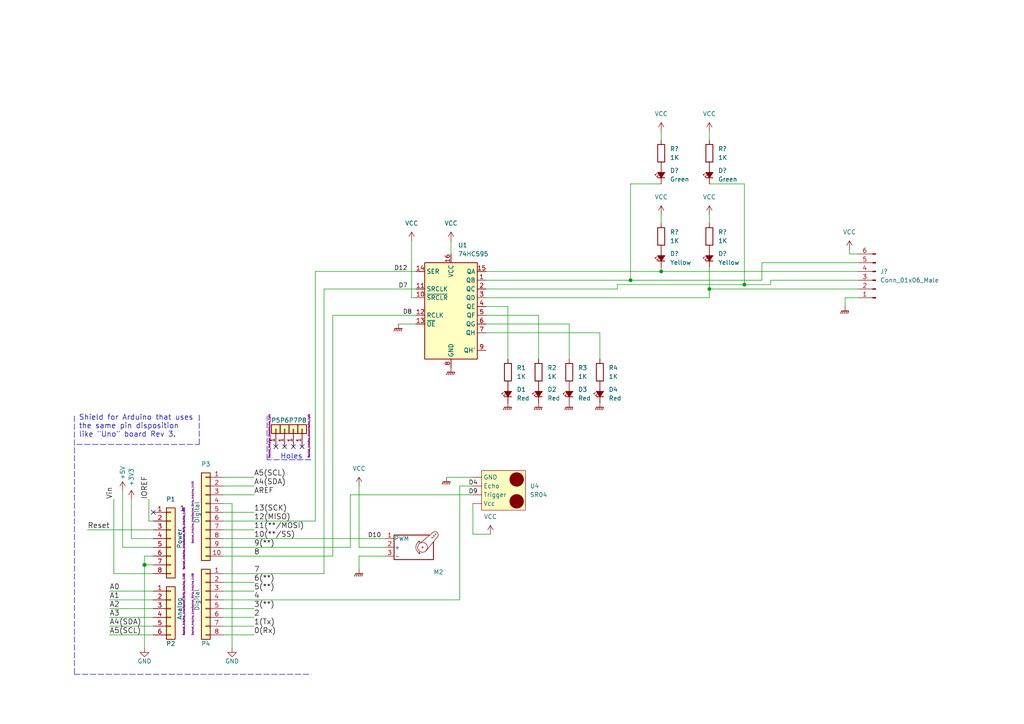
<source format=kicad_sch>
(kicad_sch (version 20211123) (generator eeschema)
  (paper "A4")
  (title_block (title "Wheelly") (date "lun. 30 mars 2015") (rev "1"))
  (lib_symbols
    (symbol "74xx:74HC595"
      (property "Reference" "U" (at -7.62 13.97 0))
      (property "Value" "74HC595" (at -7.62 -16.51 0))
      (symbol "74HC595_1_0"
        (pin tri_state line (at 10.16 7.62 180) (length 2.54) (name "QB") (number "1"))
        (pin input line (at -10.16 2.54 0) (length 2.54) (name "~{SRCLR}") (number "10"))
        (pin input line (at -10.16 5.08 0) (length 2.54) (name "SRCLK") (number "11"))
        (pin input line (at -10.16 -2.54 0) (length 2.54) (name "RCLK") (number "12"))
        (pin input line (at -10.16 -5.08 0) (length 2.54) (name "~{OE}") (number "13"))
        (pin input line (at -10.16 10.16 0) (length 2.54) (name "SER") (number "14"))
        (pin tri_state line (at 10.16 10.16 180) (length 2.54) (name "QA") (number "15"))
        (pin power_in line (at 0 15.24 270) (length 2.54) (name "VCC") (number "16"))
        (pin tri_state line (at 10.16 5.08 180) (length 2.54) (name "QC") (number "2"))
        (pin tri_state line (at 10.16 2.54 180) (length 2.54) (name "QD") (number "3"))
        (pin tri_state line (at 10.16 0 180) (length 2.54) (name "QE") (number "4"))
        (pin tri_state line (at 10.16 -2.54 180) (length 2.54) (name "QF") (number "5"))
        (pin tri_state line (at 10.16 -5.08 180) (length 2.54) (name "QG") (number "6"))
        (pin tri_state line (at 10.16 -7.62 180) (length 2.54) (name "QH") (number "7"))
        (pin power_in line (at 0 -17.78 90) (length 2.54) (name "GND") (number "8"))
        (pin output line (at 10.16 -12.7 180) (length 2.54) (name "QH'") (number "9"))
      )
      (symbol "74HC595_1_1"
        (rectangle (start -7.62 12.7) (end 7.62 -15.24) (stroke (width 0.254)) (fill (type background)))
      )
    )
    (symbol "Connector:Conn_01x06_Male" (pin_names (offset 1.016) hide)
      (property "Reference" "J" (at 0 7.62 0))
      (property "Value" "Conn_01x06_Male" (at 0 -10.16 0))
      (symbol "Conn_01x06_Male_1_1"
        (polyline (pts (xy 1.27 -7.62) (xy 0.8636 -7.62)) (stroke (width 0.1524)))
        (polyline (pts (xy 1.27 -5.08) (xy 0.8636 -5.08)) (stroke (width 0.1524)))
        (polyline (pts (xy 1.27 -2.54) (xy 0.8636 -2.54)) (stroke (width 0.1524)))
        (polyline (pts (xy 1.27 0) (xy 0.8636 0)) (stroke (width 0.1524)))
        (polyline (pts (xy 1.27 2.54) (xy 0.8636 2.54)) (stroke (width 0.1524)))
        (polyline (pts (xy 1.27 5.08) (xy 0.8636 5.08)) (stroke (width 0.1524)))
        (rectangle (start 0.8636 -7.493) (end 0 -7.747) (stroke (width 0.1524)) (fill (type outline)))
        (rectangle (start 0.8636 -4.953) (end 0 -5.207) (stroke (width 0.1524)) (fill (type outline)))
        (rectangle (start 0.8636 -2.413) (end 0 -2.667) (stroke (width 0.1524)) (fill (type outline)))
        (rectangle (start 0.8636 0.127) (end 0 -0.127) (stroke (width 0.1524)) (fill (type outline)))
        (rectangle (start 0.8636 2.667) (end 0 2.413) (stroke (width 0.1524)) (fill (type outline)))
        (rectangle (start 0.8636 5.207) (end 0 4.953) (stroke (width 0.1524)) (fill (type outline)))
        (pin passive line (at 5.08 5.08 180) (length 3.81) (name "Pin_1") (number "1"))
        (pin passive line (at 5.08 2.54 180) (length 3.81) (name "Pin_2") (number "2"))
        (pin passive line (at 5.08 0 180) (length 3.81) (name "Pin_3") (number "3"))
        (pin passive line (at 5.08 -2.54 180) (length 3.81) (name "Pin_4") (number "4"))
        (pin passive line (at 5.08 -5.08 180) (length 3.81) (name "Pin_5") (number "5"))
        (pin passive line (at 5.08 -7.62 180) (length 3.81) (name "Pin_6") (number "6"))
      )
    )
    (symbol "Connector_Generic:Conn_01x01" (pin_names (offset 1.016) hide)
      (property "Reference" "J" (at 0 2.54 0))
      (property "Value" "Conn_01x01" (at 0 -2.54 0))
      (symbol "Conn_01x01_1_1"
        (rectangle (start -1.27 0.127) (end 0 -0.127) (stroke (width 0.1524)))
        (rectangle (start -1.27 1.27) (end 1.27 -1.27) (stroke (width 0.254)) (fill (type background)))
        (pin passive line (at -5.08 0 0) (length 3.81) (name "Pin_1") (number "1"))
      )
    )
    (symbol "Connector_Generic:Conn_01x06" (pin_names (offset 1.016) hide)
      (property "Reference" "J" (at 0 7.62 0))
      (property "Value" "Conn_01x06" (at 0 -10.16 0))
      (symbol "Conn_01x06_1_1"
        (rectangle (start -1.27 -7.493) (end 0 -7.747) (stroke (width 0.1524)))
        (rectangle (start -1.27 -4.953) (end 0 -5.207) (stroke (width 0.1524)))
        (rectangle (start -1.27 -2.413) (end 0 -2.667) (stroke (width 0.1524)))
        (rectangle (start -1.27 0.127) (end 0 -0.127) (stroke (width 0.1524)))
        (rectangle (start -1.27 2.667) (end 0 2.413) (stroke (width 0.1524)))
        (rectangle (start -1.27 5.207) (end 0 4.953) (stroke (width 0.1524)))
        (rectangle (start -1.27 6.35) (end 1.27 -8.89) (stroke (width 0.254)) (fill (type background)))
        (pin passive line (at -5.08 5.08 0) (length 3.81) (name "Pin_1") (number "1"))
        (pin passive line (at -5.08 2.54 0) (length 3.81) (name "Pin_2") (number "2"))
        (pin passive line (at -5.08 0 0) (length 3.81) (name "Pin_3") (number "3"))
        (pin passive line (at -5.08 -2.54 0) (length 3.81) (name "Pin_4") (number "4"))
        (pin passive line (at -5.08 -5.08 0) (length 3.81) (name "Pin_5") (number "5"))
        (pin passive line (at -5.08 -7.62 0) (length 3.81) (name "Pin_6") (number "6"))
      )
    )
    (symbol "Connector_Generic:Conn_01x08" (pin_names (offset 1.016) hide)
      (property "Reference" "J" (at 0 10.16 0))
      (property "Value" "Conn_01x08" (at 0 -12.7 0))
      (symbol "Conn_01x08_1_1"
        (rectangle (start -1.27 -10.033) (end 0 -10.287) (stroke (width 0.1524)))
        (rectangle (start -1.27 -7.493) (end 0 -7.747) (stroke (width 0.1524)))
        (rectangle (start -1.27 -4.953) (end 0 -5.207) (stroke (width 0.1524)))
        (rectangle (start -1.27 -2.413) (end 0 -2.667) (stroke (width 0.1524)))
        (rectangle (start -1.27 0.127) (end 0 -0.127) (stroke (width 0.1524)))
        (rectangle (start -1.27 2.667) (end 0 2.413) (stroke (width 0.1524)))
        (rectangle (start -1.27 5.207) (end 0 4.953) (stroke (width 0.1524)))
        (rectangle (start -1.27 7.747) (end 0 7.493) (stroke (width 0.1524)))
        (rectangle (start -1.27 8.89) (end 1.27 -11.43) (stroke (width 0.254)) (fill (type background)))
        (pin passive line (at -5.08 7.62 0) (length 3.81) (name "Pin_1") (number "1"))
        (pin passive line (at -5.08 5.08 0) (length 3.81) (name "Pin_2") (number "2"))
        (pin passive line (at -5.08 2.54 0) (length 3.81) (name "Pin_3") (number "3"))
        (pin passive line (at -5.08 0 0) (length 3.81) (name "Pin_4") (number "4"))
        (pin passive line (at -5.08 -2.54 0) (length 3.81) (name "Pin_5") (number "5"))
        (pin passive line (at -5.08 -5.08 0) (length 3.81) (name "Pin_6") (number "6"))
        (pin passive line (at -5.08 -7.62 0) (length 3.81) (name "Pin_7") (number "7"))
        (pin passive line (at -5.08 -10.16 0) (length 3.81) (name "Pin_8") (number "8"))
      )
    )
    (symbol "Connector_Generic:Conn_01x10" (pin_names (offset 1.016) hide)
      (property "Reference" "J" (at 0 12.7 0))
      (property "Value" "Conn_01x10" (at 0 -15.24 0))
      (symbol "Conn_01x10_1_1"
        (rectangle (start -1.27 -12.573) (end 0 -12.827) (stroke (width 0.1524)))
        (rectangle (start -1.27 -10.033) (end 0 -10.287) (stroke (width 0.1524)))
        (rectangle (start -1.27 -7.493) (end 0 -7.747) (stroke (width 0.1524)))
        (rectangle (start -1.27 -4.953) (end 0 -5.207) (stroke (width 0.1524)))
        (rectangle (start -1.27 -2.413) (end 0 -2.667) (stroke (width 0.1524)))
        (rectangle (start -1.27 0.127) (end 0 -0.127) (stroke (width 0.1524)))
        (rectangle (start -1.27 2.667) (end 0 2.413) (stroke (width 0.1524)))
        (rectangle (start -1.27 5.207) (end 0 4.953) (stroke (width 0.1524)))
        (rectangle (start -1.27 7.747) (end 0 7.493) (stroke (width 0.1524)))
        (rectangle (start -1.27 10.287) (end 0 10.033) (stroke (width 0.1524)))
        (rectangle (start -1.27 11.43) (end 1.27 -13.97) (stroke (width 0.254)) (fill (type background)))
        (pin passive line (at -5.08 10.16 0) (length 3.81) (name "Pin_1") (number "1"))
        (pin passive line (at -5.08 -12.7 0) (length 3.81) (name "Pin_10") (number "10"))
        (pin passive line (at -5.08 7.62 0) (length 3.81) (name "Pin_2") (number "2"))
        (pin passive line (at -5.08 5.08 0) (length 3.81) (name "Pin_3") (number "3"))
        (pin passive line (at -5.08 2.54 0) (length 3.81) (name "Pin_4") (number "4"))
        (pin passive line (at -5.08 0 0) (length 3.81) (name "Pin_5") (number "5"))
        (pin passive line (at -5.08 -2.54 0) (length 3.81) (name "Pin_6") (number "6"))
        (pin passive line (at -5.08 -5.08 0) (length 3.81) (name "Pin_7") (number "7"))
        (pin passive line (at -5.08 -7.62 0) (length 3.81) (name "Pin_8") (number "8"))
        (pin passive line (at -5.08 -10.16 0) (length 3.81) (name "Pin_9") (number "9"))
      )
    )
    (symbol "Device:LED_Small_Filled" (pin_numbers hide) (pin_names (offset 0.254) hide)
      (property "Reference" "D" (at -1.27 3.175 0))
      (property "Value" "LED_Small_Filled" (at -4.445 -2.54 0))
      (symbol "LED_Small_Filled_0_1"
        (polyline (pts (xy -0.762 -1.016) (xy -0.762 1.016)) (stroke (width 0.254)))
        (polyline (pts (xy 1.016 0) (xy -0.762 0)))
        (polyline (pts (xy 0.762 -1.016) (xy -0.762 0) (xy 0.762 1.016) (xy 0.762 -1.016)) (stroke (width 0.254)) (fill (type outline)))
        (polyline (pts (xy 0 0.762) (xy -0.508 1.27) (xy -0.254 1.27) (xy -0.508 1.27) (xy -0.508 1.016)))
        (polyline (pts (xy 0.508 1.27) (xy 0 1.778) (xy 0.254 1.778) (xy 0 1.778) (xy 0 1.524)))
      )
      (symbol "LED_Small_Filled_1_1"
        (pin passive line (at -2.54 0 0) (length 1.778) (name "K") (number "1"))
        (pin passive line (at 2.54 0 180) (length 1.778) (name "A") (number "2"))
      )
    )
    (symbol "Device:R" (pin_numbers hide) (pin_names (offset 0))
      (property "Reference" "R" (at 2.032 0 90))
      (property "Value" "R" (at 0 0 90))
      (symbol "R_0_1"
        (rectangle (start -1.016 -2.54) (end 1.016 2.54) (stroke (width 0.254)))
      )
      (symbol "R_1_1"
        (pin passive line (at 0 3.81 270) (length 1.27) (name "~") (number "1"))
        (pin passive line (at 0 -3.81 90) (length 1.27) (name "~") (number "2"))
      )
    )
    (symbol "Motor:Motor_Servo_Grapner_JR" (pin_names (offset 0.0254))
      (property "Reference" "M" (at -5.08 4.445 0))
      (property "Value" "Motor_Servo_Grapner_JR" (at -5.08 -4.064 0))
      (symbol "Motor_Servo_Grapner_JR_0_1"
        (polyline (pts (xy 2.413 -1.778) (xy 2.032 -1.778)))
        (polyline (pts (xy 2.413 -1.778) (xy 2.286 -1.397)))
        (polyline (pts (xy 2.413 1.778) (xy 1.905 1.778)))
        (polyline (pts (xy 2.413 1.778) (xy 2.286 1.397)))
        (polyline (pts (xy 6.35 4.445) (xy 2.54 1.27)))
        (polyline (pts (xy 7.62 3.175) (xy 4.191 -1.016)))
        (polyline (pts (xy 5.08 3.556) (xy -5.08 3.556) (xy -5.08 -3.556) (xy 6.35 -3.556) (xy 6.35 1.524)) (stroke (width 0.254)))
        (arc (start 2.413 1.778) (mid 1.2406 0) (end 2.413 -1.778))
        (circle (center 3.175 0) (radius 0.1778))
        (circle (center 3.175 0) (radius 1.4224))
        (circle (center 5.969 2.794) (radius 0.127))
        (circle (center 6.477 3.302) (radius 0.127))
        (circle (center 6.985 3.81) (radius 0.127))
        (arc (start 7.62 3.175) (mid 7.4485 4.2735) (end 6.35 4.445))
      )
      (symbol "Motor_Servo_Grapner_JR_1_1"
        (pin passive line (at -7.62 2.54 0) (length 2.54) (name "PWM") (number "1"))
        (pin passive line (at -7.62 0 0) (length 2.54) (name "+") (number "2"))
        (pin passive line (at -7.62 -2.54 0) (length 2.54) (name "-") (number "3"))
      )
    )
    (symbol "SR04:SR04"
      (property "Reference" "U" (at 0 0 0))
      (property "Value" "SR04" (at 0 0 0))
      (symbol "SR04_0_1"
        (rectangle (start -7.62 -1.905) (end 5.08 -13.335) (fill (type background)))
        (circle (center 2.54 -10.795) (radius 2.008) (fill (type outline)))
        (circle (center 2.54 -4.445) (radius 2.008) (fill (type outline)))
      )
      (symbol "SR04_1_1"
        (pin output line (at -10.16 -6.35 0) (length 2.54) (name "Echo") (number ""))
        (pin input line (at -10.16 -3.81 0) (length 2.54) (name "GND") (number ""))
        (pin input line (at -10.16 -8.89 0) (length 2.54) (name "Trigger") (number ""))
        (pin input line (at -10.16 -11.43 0) (length 2.54) (name "Vcc") (number ""))
      )
    )
    (symbol "power:+3.3V" (power) (pin_names (offset 0))
      (property "Value" "+3.3V" (at 0 3.556 0))
      (symbol "+3.3V_0_1"
        (polyline (pts (xy -0.762 1.27) (xy 0 2.54)))
        (polyline (pts (xy 0 0) (xy 0 2.54)))
        (polyline (pts (xy 0 2.54) (xy 0.762 1.27)))
      )
      (symbol "+3.3V_1_1"
        (pin power_in line (at 0 0 90) (length 0) hide (name "+3V3") (number "1"))
      )
    )
    (symbol "power:+5V" (power) (pin_names (offset 0))
      (property "Value" "+5V" (at 0 3.556 0))
      (symbol "+5V_0_1"
        (polyline (pts (xy -0.762 1.27) (xy 0 2.54)))
        (polyline (pts (xy 0 0) (xy 0 2.54)))
        (polyline (pts (xy 0 2.54) (xy 0.762 1.27)))
      )
      (symbol "+5V_1_1"
        (pin power_in line (at 0 0 90) (length 0) hide (name "+5V") (number "1"))
      )
    )
    (symbol "power:GND" (power) (pin_names (offset 0))
      (property "Value" "GND" (at 0 -3.81 0))
      (symbol "GND_0_1"
        (polyline (pts (xy 0 0) (xy 0 -1.27) (xy 1.27 -1.27) (xy 0 -2.54) (xy -1.27 -1.27) (xy 0 -1.27)))
      )
      (symbol "GND_1_1"
        (pin power_in line (at 0 0 270) (length 0) hide (name "GND") (number "1"))
      )
    )
    (symbol "power:GNDPWR" (power) (pin_names (offset 0))
      (property "Value" "GNDPWR" (at 0 -3.302 0))
      (symbol "GNDPWR_0_1"
        (polyline (pts (xy 0 -1.27) (xy 0 0)))
        (polyline (pts (xy -1.016 -1.27) (xy -1.27 -2.032) (xy -1.27 -2.032)) (stroke (width 0.2032)))
        (polyline (pts (xy -0.508 -1.27) (xy -0.762 -2.032) (xy -0.762 -2.032)) (stroke (width 0.2032)))
        (polyline (pts (xy 0 -1.27) (xy -0.254 -2.032) (xy -0.254 -2.032)) (stroke (width 0.2032)))
        (polyline (pts (xy 0.508 -1.27) (xy 0.254 -2.032) (xy 0.254 -2.032)) (stroke (width 0.2032)))
        (polyline (pts (xy 1.016 -1.27) (xy -1.016 -1.27) (xy -1.016 -1.27)) (stroke (width 0.2032)))
        (polyline (pts (xy 1.016 -1.27) (xy 0.762 -2.032) (xy 0.762 -2.032) (xy 0.762 -2.032)) (stroke (width 0.2032)))
      )
      (symbol "GNDPWR_1_1"
        (pin power_in line (at 0 0 270) (length 0) hide (name "GNDPWR") (number "1"))
      )
    )
    (symbol "power:VCC" (power) (pin_names (offset 0))
      (property "Value" "VCC" (at 0 3.81 0))
      (symbol "VCC_0_1"
        (polyline (pts (xy -0.762 1.27) (xy 0 2.54)))
        (polyline (pts (xy 0 0) (xy 0 2.54)))
        (polyline (pts (xy 0 2.54) (xy 0.762 1.27)))
      )
      (symbol "VCC_1_1"
        (pin power_in line (at 0 0 90) (length 0) hide (name "VCC") (number "1"))
      )
    )
  )
  (junction (at 215.9 82.55))
  (junction (at 182.88 81.28))
  (junction (at 41.91 163.83) (diameter 1.016))
  (junction (at 191.77 78.74))
  (junction (at 205.74 83.82))
  (no_connect (at 85.09 129.54))
  (no_connect (at 80.01 129.54))
  (no_connect (at 82.55 129.54))
  (no_connect (at 87.63 129.54))
  (no_connect (at 44.45 148.59))
  (wire (pts (xy 44.45 156.21) (xy 38.1 156.21)))
  (wire (pts (xy 140.97 78.74) (xy 191.77 78.74)))
  (wire (pts (xy 179.07 83.82) (xy 179.07 82.55)))
  (wire (pts (xy 44.45 179.07) (xy 31.75 179.07)))
  (wire (pts (xy 223.52 81.28) (xy 223.52 82.55)))
  (wire (pts (xy 220.98 76.2) (xy 248.92 76.2)))
  (polyline (pts (xy 57.785 128.905) (xy 57.785 120.015)) (stroke (width 0) (type dash)))
  (wire (pts (xy 137.16 146.05) (xy 137.16 154.94)))
  (wire (pts (xy 130.81 69.85) (xy 130.81 73.66)))
  (wire (pts (xy 91.44 78.74) (xy 91.44 151.13)))
  (wire (pts (xy 215.9 53.34) (xy 215.9 82.55)))
  (wire (pts (xy 104.14 140.97) (xy 104.14 158.75)))
  (wire (pts (xy 205.74 77.47) (xy 205.74 83.82)))
  (wire (pts (xy 205.74 62.23) (xy 205.74 64.77)))
  (wire (pts (xy 137.16 143.51) (xy 101.6 143.51)))
  (wire (pts (xy 140.97 81.28) (xy 182.88 81.28)))
  (wire (pts (xy 248.92 81.28) (xy 223.52 81.28)))
  (wire (pts (xy 191.77 77.47) (xy 191.77 78.74)))
  (wire (pts (xy 41.91 161.29) (xy 41.91 163.83)))
  (wire (pts (xy 140.97 86.36) (xy 205.74 86.36)))
  (wire (pts (xy 93.98 83.82) (xy 93.98 166.37)))
  (wire (pts (xy 246.38 73.66) (xy 248.92 73.66)))
  (wire (pts (xy 64.77 166.37) (xy 93.98 166.37)))
  (wire (pts (xy 120.65 91.44) (xy 96.52 91.44)))
  (wire (pts (xy 64.77 151.13) (xy 91.44 151.13)))
  (wire (pts (xy 67.31 146.05) (xy 67.31 187.96)))
  (wire (pts (xy 44.45 161.29) (xy 41.91 161.29)))
  (wire (pts (xy 173.99 104.14) (xy 173.99 96.52)))
  (wire (pts (xy 115.57 93.98) (xy 120.65 93.98)))
  (wire (pts (xy 220.98 76.2) (xy 220.98 81.28)))
  (wire (pts (xy 64.77 171.45) (xy 73.66 171.45)))
  (wire (pts (xy 119.38 86.36) (xy 120.65 86.36)))
  (wire (pts (xy 191.77 53.34) (xy 182.88 53.34)))
  (wire (pts (xy 156.21 104.14) (xy 156.21 91.44)))
  (wire (pts (xy 43.18 151.13) (xy 44.45 151.13)))
  (wire (pts (xy 44.45 158.75) (xy 35.56 158.75)))
  (wire (pts (xy 191.77 38.1) (xy 191.77 40.64)))
  (wire (pts (xy 140.97 83.82) (xy 179.07 83.82)))
  (wire (pts (xy 64.77 153.67) (xy 73.66 153.67)))
  (wire (pts (xy 182.88 53.34) (xy 182.88 81.28)))
  (wire (pts (xy 64.77 148.59) (xy 73.66 148.59)))
  (wire (pts (xy 44.45 173.99) (xy 31.75 173.99)))
  (wire (pts (xy 64.77 138.43) (xy 73.66 138.43)))
  (wire (pts (xy 246.38 72.39) (xy 246.38 73.66)))
  (wire (pts (xy 64.77 179.07) (xy 73.66 179.07)))
  (wire (pts (xy 147.32 104.14) (xy 147.32 88.9)))
  (wire (pts (xy 44.45 166.37) (xy 33.02 166.37)))
  (wire (pts (xy 137.16 140.97) (xy 133.35 140.97)))
  (wire (pts (xy 44.45 171.45) (xy 31.75 171.45)))
  (wire (pts (xy 156.21 91.44) (xy 140.97 91.44)))
  (wire (pts (xy 173.99 96.52) (xy 140.97 96.52)))
  (wire (pts (xy 182.88 81.28) (xy 220.98 81.28)))
  (wire (pts (xy 96.52 91.44) (xy 96.52 161.29)))
  (wire (pts (xy 44.45 181.61) (xy 31.75 181.61)))
  (polyline (pts (xy 90.17 133.35) (xy 77.47 133.35)) (stroke (width 0) (type dash)))
  (wire (pts (xy 44.45 153.67) (xy 25.4 153.67)))
  (wire (pts (xy 64.77 146.05) (xy 67.31 146.05)))
  (wire (pts (xy 44.45 163.83) (xy 41.91 163.83)))
  (wire (pts (xy 91.44 78.74) (xy 120.65 78.74)))
  (wire (pts (xy 165.1 93.98) (xy 140.97 93.98)))
  (wire (pts (xy 205.74 53.34) (xy 215.9 53.34)))
  (wire (pts (xy 205.74 86.36) (xy 205.74 83.82)))
  (wire (pts (xy 41.91 163.83) (xy 41.91 187.96)))
  (wire (pts (xy 33.02 166.37) (xy 33.02 144.78)))
  (polyline (pts (xy 21.59 195.58) (xy 90.17 195.58)) (stroke (width 0) (type dash)))
  (wire (pts (xy 64.77 161.29) (xy 96.52 161.29)))
  (wire (pts (xy 64.77 176.53) (xy 73.66 176.53)))
  (wire (pts (xy 191.77 78.74) (xy 248.92 78.74)))
  (wire (pts (xy 44.45 184.15) (xy 31.75 184.15)))
  (wire (pts (xy 104.14 165.1) (xy 104.14 161.29)))
  (wire (pts (xy 64.77 181.61) (xy 73.66 181.61)))
  (polyline (pts (xy 77.47 133.35) (xy 77.47 120.65)) (stroke (width 0) (type dash)))
  (wire (pts (xy 133.35 140.97) (xy 133.35 173.99)))
  (wire (pts (xy 248.92 83.82) (xy 205.74 83.82)))
  (wire (pts (xy 104.14 161.29) (xy 111.76 161.29)))
  (wire (pts (xy 205.74 38.1) (xy 205.74 40.64)))
  (wire (pts (xy 120.65 83.82) (xy 93.98 83.82)))
  (wire (pts (xy 35.56 158.75) (xy 35.56 142.24)))
  (wire (pts (xy 104.14 158.75) (xy 111.76 158.75)))
  (wire (pts (xy 245.11 86.36) (xy 248.92 86.36)))
  (wire (pts (xy 64.77 168.91) (xy 73.66 168.91)))
  (wire (pts (xy 137.16 154.94) (xy 142.24 154.94)))
  (wire (pts (xy 64.77 140.97) (xy 73.66 140.97)))
  (wire (pts (xy 245.11 88.9) (xy 245.11 86.36)))
  (wire (pts (xy 64.77 173.99) (xy 133.35 173.99)))
  (wire (pts (xy 64.77 143.51) (xy 73.66 143.51)))
  (wire (pts (xy 215.9 82.55) (xy 223.52 82.55)))
  (polyline (pts (xy 21.59 120.65) (xy 21.59 195.58)) (stroke (width 0) (type dash)))
  (wire (pts (xy 191.77 62.23) (xy 191.77 64.77)))
  (wire (pts (xy 101.6 143.51) (xy 101.6 158.75)))
  (wire (pts (xy 38.1 156.21) (xy 38.1 144.78)))
  (wire (pts (xy 43.18 144.78) (xy 43.18 151.13)))
  (wire (pts (xy 165.1 104.14) (xy 165.1 93.98)))
  (wire (pts (xy 147.32 88.9) (xy 140.97 88.9)))
  (wire (pts (xy 179.07 82.55) (xy 215.9 82.55)))
  (wire (pts (xy 129.54 138.43) (xy 137.16 138.43)))
  (wire (pts (xy 64.77 184.15) (xy 73.66 184.15)))
  (wire (pts (xy 64.77 156.21) (xy 111.76 156.21)))
  (wire (pts (xy 64.77 158.75) (xy 101.6 158.75)))
  (wire (pts (xy 119.38 69.85) (xy 119.38 86.36)))
  (wire (pts (xy 44.45 176.53) (xy 31.75 176.53)))
  (polyline (pts (xy 22.225 128.905) (xy 57.785 128.905)) (stroke (width 0) (type dash)))
  (text "Holes" (at 81.28 133.35 0) (effects (font (size 1.524 1.524)) (justify left bottom)))
  (text "Shield for Arduino that uses\nthe same pin disposition\nlike \"Uno\" board Rev 3." (at 22.86 127 0) (effects (font (size 1.524 1.524)) (justify left bottom)))
  (text "1" (at 52.07 148.59 0) (effects (font (size 1.524 1.524)) (justify left bottom)))
  (label "Vin" (at 33.02 144.78 90) (effects (font (size 1.524 1.524))))
  (label "D7" (at 115.57 83.82 0))
  (label "0(Rx)" (at 73.66 184.15 0) (effects (font (size 1.524 1.524))))
  (label "A4(SDA)" (at 31.75 181.61 0) (effects (font (size 1.524 1.524))))
  (label "D10" (at 106.68 156.21 0))
  (label "4" (at 73.66 173.99 0) (effects (font (size 1.524 1.524))))
  (label "5(**)" (at 73.66 171.45 0) (effects (font (size 1.524 1.524))))
  (label "A2" (at 31.75 176.53 0) (effects (font (size 1.524 1.524))))
  (label "A5(SCL)" (at 31.75 184.15 0) (effects (font (size 1.524 1.524))))
  (label "A0" (at 31.75 171.45 0) (effects (font (size 1.524 1.524))))
  (label "A1" (at 31.75 173.99 0) (effects (font (size 1.524 1.524))))
  (label "D8" (at 116.84 91.44 0))
  (label "10(**/SS)" (at 73.66 156.21 0) (effects (font (size 1.524 1.524))))
  (label "13(SCK)" (at 73.66 148.59 0) (effects (font (size 1.524 1.524))))
  (label "D4" (at 135.89 140.97 0))
  (label "7" (at 73.66 166.37 0) (effects (font (size 1.524 1.524))))
  (label "A4(SDA)" (at 73.66 140.97 0) (effects (font (size 1.524 1.524))))
  (label "A3" (at 31.75 179.07 0) (effects (font (size 1.524 1.524))))
  (label "Reset" (at 25.4 153.67 0) (effects (font (size 1.524 1.524))))
  (label "2" (at 73.66 179.07 0) (effects (font (size 1.524 1.524))))
  (label "D9" (at 135.89 143.51 0))
  (label "12(MISO)" (at 73.66 151.13 0) (effects (font (size 1.524 1.524))))
  (label "D12" (at 114.3 78.74 0))
  (label "3(**)" (at 73.66 176.53 0) (effects (font (size 1.524 1.524))))
  (label "9(**)" (at 73.66 158.75 0) (effects (font (size 1.524 1.524))))
  (label "8" (at 73.66 161.29 0) (effects (font (size 1.524 1.524))))
  (label "A5(SCL)" (at 73.66 138.43 0) (effects (font (size 1.524 1.524))))
  (label "IOREF" (at 43.18 144.78 90) (effects (font (size 1.524 1.524))))
  (label "AREF" (at 73.66 143.51 0) (effects (font (size 1.524 1.524))))
  (label "11(**/MOSI)" (at 73.66 153.67 0) (effects (font (size 1.524 1.524))))
  (label "1(Tx)" (at 73.66 181.61 0) (effects (font (size 1.524 1.524))))
  (label "6(**)" (at 73.66 168.91 0) (effects (font (size 1.524 1.524))))
  (symbol (lib_id "Connector_Generic:Conn_01x08") (at 49.53 156.21 0) (unit 1)
    (property "Reference" "P1" (at 49.53 144.78 0))
    (property "Value" "Power" (at 52.07 156.21 90))
    (property "Footprint" "Socket_Arduino_Uno:Socket_Strip_Arduino_1x08" (at 53.34 156.21 90) (effects (font (size 0.508 0.508))))
  )
  (symbol (lib_id "power:+3.3V") (at 38.1 144.78 0) (unit 1)
    (property "Reference" "#PWR01" (effects hide))
    (property "Value" "+3.3V" (at 38.1 138.43 90))
  )
  (symbol (lib_id "power:+5V") (at 35.56 142.24 0) (unit 1)
    (property "Reference" "#PWR02" (effects hide))
    (property "Value" "+5V" (at 35.56 137.16 90))
  )
  (symbol (lib_id "power:GND") (at 41.91 187.96 0) (unit 1)
    (property "Reference" "#PWR03" (effects hide))
    (property "Value" "GND" (at 41.91 191.77 0))
  )
  (symbol (lib_id "power:GND") (at 67.31 187.96 0) (unit 1)
    (property "Reference" "#PWR04" (effects hide))
    (property "Value" "GND" (at 67.31 191.77 0))
  )
  (symbol (lib_id "Connector_Generic:Conn_01x06") (at 49.53 176.53 0) (unit 1)
    (property "Reference" "P2" (at 49.53 186.69 0))
    (property "Value" "Analog" (at 52.07 176.53 90))
    (property "Footprint" "Socket_Arduino_Uno:Socket_Strip_Arduino_1x06" (at 53.34 175.26 90) (effects (font (size 0.508 0.508))))
  )
  (symbol (lib_id "Connector_Generic:Conn_01x01") (at 80.01 124.46 90) (unit 1)
    (property "Reference" "P5" (at 80.01 121.92 90))
    (property "Value" "CONN_01X01" (effects hide))
    (property "Footprint" "Socket_Arduino_Uno:Arduino_1pin" (at 78.1304 126.4666 0) (effects (font (size 0.508 0.508))))
  )
  (symbol (lib_id "Connector_Generic:Conn_01x01") (at 82.55 124.46 90) (unit 1)
    (property "Reference" "P6" (at 82.55 121.92 90))
    (property "Value" "CONN_01X01" (effects hide))
    (property "Footprint" "Socket_Arduino_Uno:Arduino_1pin" (effects hide))
  )
  (symbol (lib_id "Connector_Generic:Conn_01x01") (at 85.09 124.46 90) (unit 1)
    (property "Reference" "P7" (at 85.09 121.92 90))
    (property "Value" "CONN_01X01" (effects hide))
    (property "Footprint" "Socket_Arduino_Uno:Arduino_1pin" (effects hide))
  )
  (symbol (lib_id "Connector_Generic:Conn_01x01") (at 87.63 124.46 90) (unit 1)
    (property "Reference" "P8" (at 87.63 121.92 90))
    (property "Value" "CONN_01X01" (effects hide))
    (property "Footprint" "Socket_Arduino_Uno:Arduino_1pin" (at 89.6112 126.3904 0) (effects (font (size 0.508 0.508))))
  )
  (symbol (lib_id "Connector_Generic:Conn_01x08") (at 59.69 173.99 0) (mirror y) (unit 1)
    (property "Reference" "P4" (at 59.69 186.69 0))
    (property "Value" "Digital" (at 57.15 173.99 90))
    (property "Footprint" "Socket_Arduino_Uno:Socket_Strip_Arduino_1x08" (at 55.88 175.26 90) (effects (font (size 0.508 0.508))))
  )
  (symbol (lib_id "Connector_Generic:Conn_01x10") (at 59.69 148.59 0) (mirror y) (unit 1)
    (property "Reference" "P3" (at 59.69 134.62 0))
    (property "Value" "Digital" (at 57.15 148.59 90))
    (property "Footprint" "Socket_Arduino_Uno:Socket_Strip_Arduino_1x10" (at 55.88 148.59 90) (effects (font (size 0.508 0.508))))
  )
  (symbol (lib_id "Device:R") (at 191.77 44.45 0) (unit 1)
    (property "Reference" "R?" (at 194.31 43.1799 0) (effects (justify left)))
    (property "Value" "1K" (at 194.31 45.7199 0) (effects (justify left)))
  )
  (symbol (lib_id "power:GNDPWR") (at 115.57 93.98 0) (unit 1)
    (property "Reference" "#PWR021" (effects hide))
    (property "Value" "GNDPWR" (effects hide))
  )
  (symbol (lib_id "Device:R") (at 173.99 107.95 0) (unit 1)
    (property "Reference" "R4" (at 176.53 106.6799 0) (effects (justify left)))
    (property "Value" "1K" (at 176.53 109.2199 0) (effects (justify left)))
  )
  (symbol (lib_id "power:GNDPWR") (at 173.99 116.84 0) (unit 1)
    (property "Reference" "#PWR013" (effects hide))
    (property "Value" "GNDPWR" (effects hide))
  )
  (symbol (lib_id "Device:LED_Small_Filled") (at 156.21 114.3 90) (unit 1)
    (property "Reference" "D2" (at 158.75 112.9664 90) (effects (justify right)))
    (property "Value" "Red" (at 158.75 115.5064 90) (effects (justify right)))
  )
  (symbol (lib_id "power:GNDPWR") (at 165.1 116.84 0) (unit 1)
    (property "Reference" "#PWR012" (effects hide))
    (property "Value" "GNDPWR" (effects hide))
  )
  (symbol (lib_id "Device:LED_Small_Filled") (at 191.77 50.8 90) (unit 1)
    (property "Reference" "D?" (at 194.31 49.4664 90) (effects (justify right)))
    (property "Value" "Green" (at 194.31 52.0064 90) (effects (justify right)))
  )
  (symbol (lib_id "power:GNDPWR") (at 130.81 106.68 0) (unit 1)
    (property "Reference" "#PWR014" (effects hide))
    (property "Value" "GNDPWR" (effects hide))
  )
  (symbol (lib_id "Device:LED_Small_Filled") (at 147.32 114.3 90) (unit 1)
    (property "Reference" "D1" (at 149.86 112.9664 90) (effects (justify right)))
    (property "Value" "Red" (at 149.86 115.5064 90) (effects (justify right)))
  )
  (symbol (lib_id "power:VCC") (at 205.74 62.23 0) (unit 1)
    (property "Reference" "#PWR?" (effects hide))
    (property "Value" "VCC" (at 205.74 57.15 0))
  )
  (symbol (lib_id "power:GNDPWR") (at 156.21 116.84 0) (unit 1)
    (property "Reference" "#PWR011" (effects hide))
    (property "Value" "GNDPWR" (effects hide))
  )
  (symbol (lib_id "power:VCC") (at 130.81 69.85 0) (unit 1)
    (property "Reference" "#PWR022" (effects hide))
    (property "Value" "VCC" (at 130.81 64.77 0))
  )
  (symbol (lib_id "power:VCC") (at 191.77 38.1 0) (unit 1)
    (property "Reference" "#PWR?" (effects hide))
    (property "Value" "VCC" (at 191.77 33.02 0))
  )
  (symbol (lib_id "power:GNDPWR") (at 129.54 138.43 0) (unit 1)
    (property "Reference" "#PWR0104" (effects hide))
    (property "Value" "GNDPWR" (effects hide))
  )
  (symbol (lib_id "power:GNDPWR") (at 147.32 116.84 0) (unit 1)
    (property "Reference" "#PWR010" (effects hide))
    (property "Value" "GNDPWR" (effects hide))
  )
  (symbol (lib_id "Device:R") (at 205.74 44.45 0) (unit 1)
    (property "Reference" "R?" (at 208.28 43.1799 0) (effects (justify left)))
    (property "Value" "1K" (at 208.28 45.7199 0) (effects (justify left)))
  )
  (symbol (lib_id "Device:LED_Small_Filled") (at 205.74 74.93 90) (unit 1)
    (property "Reference" "D?" (at 208.28 73.5964 90) (effects (justify right)))
    (property "Value" "Yellow" (at 208.28 76.1364 90) (effects (justify right)))
  )
  (symbol (lib_id "Device:R") (at 165.1 107.95 0) (unit 1)
    (property "Reference" "R3" (at 167.64 106.6799 0) (effects (justify left)))
    (property "Value" "1K" (at 167.64 109.2199 0) (effects (justify left)))
  )
  (symbol (lib_id "Device:LED_Small_Filled") (at 191.77 74.93 90) (unit 1)
    (property "Reference" "D?" (at 194.31 73.5964 90) (effects (justify right)))
    (property "Value" "Yellow" (at 194.31 76.1364 90) (effects (justify right)))
  )
  (symbol (lib_id "power:VCC") (at 205.74 38.1 0) (unit 1)
    (property "Reference" "#PWR?" (effects hide))
    (property "Value" "VCC" (at 205.74 33.02 0))
  )
  (symbol (lib_id "Device:R") (at 191.77 68.58 0) (unit 1)
    (property "Reference" "R?" (at 194.31 67.3099 0) (effects (justify left)))
    (property "Value" "1K" (at 194.31 69.8499 0) (effects (justify left)))
  )
  (symbol (lib_id "Device:R") (at 147.32 107.95 0) (unit 1)
    (property "Reference" "R1" (at 149.86 106.6799 0) (effects (justify left)))
    (property "Value" "1K" (at 149.86 109.2199 0) (effects (justify left)))
  )
  (symbol (lib_id "Connector:Conn_01x06_Male") (at 254 81.28 180) (unit 1)
    (property "Reference" "J?" (at 255.27 78.7399 0) (effects (justify right)))
    (property "Value" "Conn_01x06_Male" (at 255.27 81.2799 0) (effects (justify right)))
  )
  (symbol (lib_id "power:GNDPWR") (at 104.14 165.1 0) (unit 1)
    (property "Reference" "#PWR07" (effects hide))
    (property "Value" "GNDPWR" (effects hide))
  )
  (symbol (lib_id "power:GNDPWR") (at 245.11 88.9 0) (unit 1)
    (property "Reference" "#PWR?" (effects hide))
    (property "Value" "GNDPWR" (effects hide))
  )
  (symbol (lib_id "Device:LED_Small_Filled") (at 173.99 114.3 90) (unit 1)
    (property "Reference" "D4" (at 176.53 112.9664 90) (effects (justify right)))
    (property "Value" "Red" (at 176.53 115.5064 90) (effects (justify right)))
  )
  (symbol (lib_id "74xx:74HC595") (at 130.81 88.9 0) (unit 1)
    (property "Reference" "U1" (at 132.8294 71.12 0) (effects (justify left)))
    (property "Value" "74HC595" (at 132.8294 73.66 0) (effects (justify left)))
    (property "Datasheet" "http://www.ti.com/lit/ds/symlink/sn74hc595.pdf" (effects hide))
  )
  (symbol (lib_id "power:VCC") (at 119.38 69.85 0) (unit 1)
    (property "Reference" "#PWR020" (effects hide))
    (property "Value" "VCC" (at 119.38 64.77 0))
  )
  (symbol (lib_id "Device:R") (at 205.74 68.58 0) (unit 1)
    (property "Reference" "R?" (at 208.28 67.3099 0) (effects (justify left)))
    (property "Value" "1K" (at 208.28 69.8499 0) (effects (justify left)))
  )
  (symbol (lib_id "power:VCC") (at 246.38 72.39 0) (unit 1)
    (property "Reference" "#PWR?" (effects hide))
    (property "Value" "VCC" (at 246.38 67.31 0))
  )
  (symbol (lib_id "Device:LED_Small_Filled") (at 205.74 50.8 90) (unit 1)
    (property "Reference" "D?" (at 208.28 49.4664 90) (effects (justify right)))
    (property "Value" "Green" (at 208.28 52.0064 90) (effects (justify right)))
  )
  (symbol (lib_id "power:VCC") (at 142.24 154.94 0) (unit 1)
    (property "Reference" "#PWR0103" (effects hide))
    (property "Value" "VCC" (at 142.24 149.86 0))
  )
  (symbol (lib_id "power:VCC") (at 191.77 62.23 0) (unit 1)
    (property "Reference" "#PWR?" (effects hide))
    (property "Value" "VCC" (at 191.77 57.15 0))
  )
  (symbol (lib_id "Device:R") (at 156.21 107.95 0) (unit 1)
    (property "Reference" "R2" (at 158.75 106.6799 0) (effects (justify left)))
    (property "Value" "1K" (at 158.75 109.2199 0) (effects (justify left)))
  )
  (symbol (lib_id "Device:LED_Small_Filled") (at 165.1 114.3 90) (unit 1)
    (property "Reference" "D3" (at 167.64 112.9664 90) (effects (justify right)))
    (property "Value" "Red" (at 167.64 115.5064 90) (effects (justify right)))
  )
  (symbol (lib_id "Motor:Motor_Servo_Grapner_JR") (at 119.38 158.75 0) (unit 1)
    (property "Reference" "M2" (at 125.73 165.9365 0) (effects (justify left)))
    (property "Value" "Motor_Servo_Grapner_JR" (effects hide))
    (property "Datasheet" "http://forums.parallax.com/uploads/attachments/46831/74481.png" (effects hide))
  )
  (symbol (lib_id "power:VCC") (at 104.14 140.97 0) (unit 1)
    (property "Reference" "#PWR06" (effects hide))
    (property "Value" "VCC" (at 104.14 135.89 0))
  )
  (symbol (lib_id "SR04:SR04") (at 147.32 134.62 0) (unit 1)
    (property "Reference" "U4" (at 153.67 140.9699 0) (effects (justify left)))
    (property "Value" "SR04" (at 153.67 143.5099 0) (effects (justify left)))
  )
)
</source>
